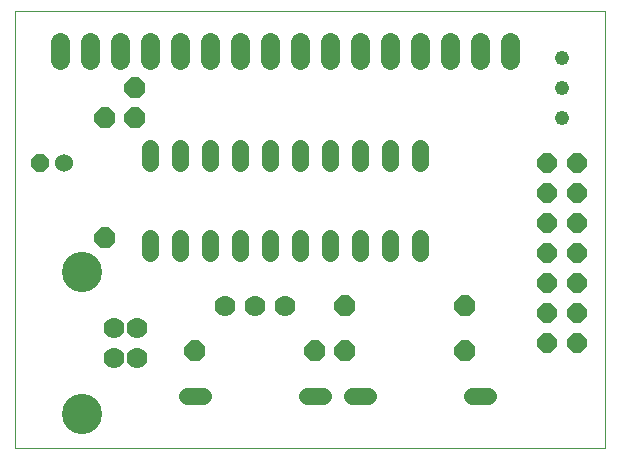
<source format=gts>
G75*
G70*
%OFA0B0*%
%FSLAX24Y24*%
%IPPOS*%
%LPD*%
%AMOC8*
5,1,8,0,0,1.08239X$1,22.5*
%
%ADD10C,0.0000*%
%ADD11OC8,0.0700*%
%ADD12C,0.0700*%
%ADD13C,0.0560*%
%ADD14OC8,0.0600*%
%ADD15C,0.0600*%
%ADD16C,0.0480*%
%ADD17C,0.1340*%
%ADD18OC8,0.0640*%
%ADD19C,0.0640*%
D10*
X001774Y000181D02*
X001774Y014748D01*
X021459Y014748D01*
X021459Y000181D01*
X001774Y000181D01*
D11*
X007774Y003431D03*
X011774Y003431D03*
X012774Y003431D03*
X012774Y004931D03*
X016774Y004931D03*
X016774Y003431D03*
X005774Y011181D03*
X004774Y011181D03*
X005774Y012181D03*
X004774Y007181D03*
D12*
X008774Y004931D03*
X009774Y004931D03*
X010774Y004931D03*
X005854Y004174D03*
X005074Y004174D03*
X005074Y003189D03*
X005854Y003189D03*
D13*
X007514Y001931D02*
X008034Y001931D01*
X011514Y001931D02*
X012034Y001931D01*
X013014Y001931D02*
X013534Y001931D01*
X017014Y001931D02*
X017534Y001931D01*
X015274Y006671D02*
X015274Y007191D01*
X014274Y007191D02*
X014274Y006671D01*
X013274Y006671D02*
X013274Y007191D01*
X012274Y007191D02*
X012274Y006671D01*
X011274Y006671D02*
X011274Y007191D01*
X010274Y007191D02*
X010274Y006671D01*
X009274Y006671D02*
X009274Y007191D01*
X008274Y007191D02*
X008274Y006671D01*
X007274Y006671D02*
X007274Y007191D01*
X006274Y007191D02*
X006274Y006671D01*
X006274Y009671D02*
X006274Y010191D01*
X007274Y010191D02*
X007274Y009671D01*
X008274Y009671D02*
X008274Y010191D01*
X009274Y010191D02*
X009274Y009671D01*
X010274Y009671D02*
X010274Y010191D01*
X011274Y010191D02*
X011274Y009671D01*
X012274Y009671D02*
X012274Y010191D01*
X013274Y010191D02*
X013274Y009671D01*
X014274Y009671D02*
X014274Y010191D01*
X015274Y010191D02*
X015274Y009671D01*
D14*
X002624Y009681D03*
D15*
X003424Y009681D03*
D16*
X020024Y011181D03*
X020024Y012181D03*
X020024Y013181D03*
D17*
X004004Y006051D03*
X004004Y001311D03*
D18*
X019524Y003681D03*
X020524Y003681D03*
X020524Y004681D03*
X019524Y004681D03*
X019524Y005681D03*
X020524Y005681D03*
X020524Y006681D03*
X019524Y006681D03*
X019524Y007681D03*
X020524Y007681D03*
X020524Y008681D03*
X019524Y008681D03*
X019524Y009681D03*
X020524Y009681D03*
D19*
X018274Y013131D02*
X018274Y013731D01*
X017274Y013731D02*
X017274Y013131D01*
X016274Y013131D02*
X016274Y013731D01*
X015274Y013731D02*
X015274Y013131D01*
X014274Y013131D02*
X014274Y013731D01*
X013274Y013731D02*
X013274Y013131D01*
X012274Y013131D02*
X012274Y013731D01*
X011274Y013731D02*
X011274Y013131D01*
X010274Y013131D02*
X010274Y013731D01*
X009274Y013731D02*
X009274Y013131D01*
X008274Y013131D02*
X008274Y013731D01*
X007274Y013731D02*
X007274Y013131D01*
X006274Y013131D02*
X006274Y013731D01*
X005274Y013731D02*
X005274Y013131D01*
X004274Y013131D02*
X004274Y013731D01*
X003274Y013731D02*
X003274Y013131D01*
M02*

</source>
